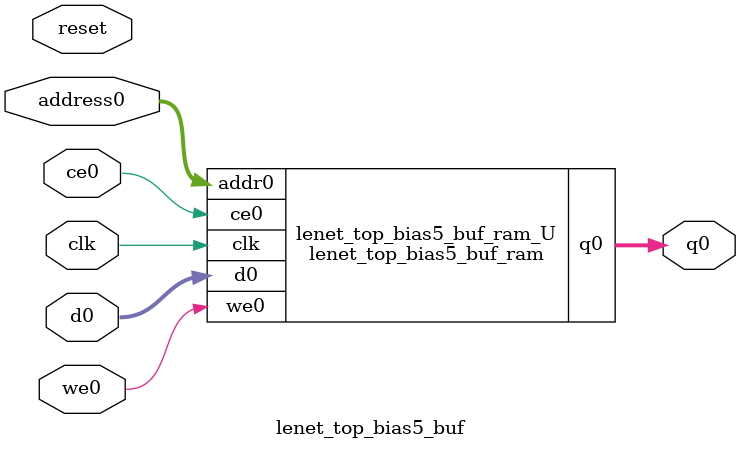
<source format=v>
`timescale 1 ns / 1 ps
module lenet_top_bias5_buf_ram (addr0, ce0, d0, we0, q0,  clk);

parameter DWIDTH = 32;
parameter AWIDTH = 7;
parameter MEM_SIZE = 120;

input[AWIDTH-1:0] addr0;
input ce0;
input[DWIDTH-1:0] d0;
input we0;
output reg[DWIDTH-1:0] q0;
input clk;

(* ram_style = "block" *)reg [DWIDTH-1:0] ram[0:MEM_SIZE-1];




always @(posedge clk)  
begin 
    if (ce0) 
    begin
        if (we0) 
        begin 
            ram[addr0] <= d0; 
        end 
        q0 <= ram[addr0];
    end
end


endmodule

`timescale 1 ns / 1 ps
module lenet_top_bias5_buf(
    reset,
    clk,
    address0,
    ce0,
    we0,
    d0,
    q0);

parameter DataWidth = 32'd32;
parameter AddressRange = 32'd120;
parameter AddressWidth = 32'd7;
input reset;
input clk;
input[AddressWidth - 1:0] address0;
input ce0;
input we0;
input[DataWidth - 1:0] d0;
output[DataWidth - 1:0] q0;



lenet_top_bias5_buf_ram lenet_top_bias5_buf_ram_U(
    .clk( clk ),
    .addr0( address0 ),
    .ce0( ce0 ),
    .we0( we0 ),
    .d0( d0 ),
    .q0( q0 ));

endmodule


</source>
